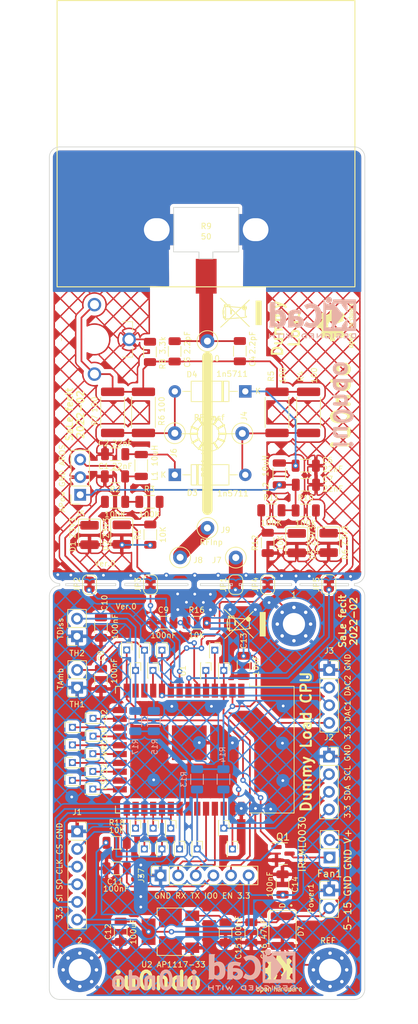
<source format=kicad_pcb>
(kicad_pcb (version 20211014) (generator pcbnew)
  (layers (0 "F.Cu" signal) (31 "B.Cu" signal) (34 "B.Paste" user) (35 "F.Paste" user) (36 "B.SilkS" user "B.Silkscreen") (37 "F.SilkS" user "F.Silkscreen") (38 "B.Mask" user) (39 "F.Mask" user) (44 "Edge.Cuts" user))
  (net 0 "")
  (net 1 "GND")
  (net 2 "Net-(C1-Pad2)")
  (net 3 "Net-(C2-Pad2)")
  (net 4 "Net-(C3-Pad1)")
  (net 5 "Net-(C6-Pad2)")
  (net 6 "Net-(C7-Pad2)")
  (net 7 "Net-(C9-Pad2)")
  (net 8 "Net-(D2-Pad1)")
  (net 9 "/Dummy Load CPU/+3.3")
  (net 10 "Net-(D4-Pad2)")
  (net 11 "Net-(D3-Pad2)")
  (net 12 "/Dummy Load CPU/IO34")
  (net 13 "/Dummy Load CPU/IO35")
  (net 14 "Net-(J12-Pad1)")
  (net 15 "Net-(J13-Pad1)")
  (net 16 "Net-(J14-Pad1)")
  (net 17 "Net-(J15-Pad1)")
  (net 18 "Net-(J16-Pad1)")
  (net 19 "/Dummy Load CPU/IO32")
  (net 20 "/Dummy Load CPU/IO33")
  (net 21 "Net-(J17-Pad1)")
  (net 22 "Net-(J18-Pad1)")
  (net 23 "Net-(J19-Pad1)")
  (net 24 "Net-(J20-Pad1)")
  (net 25 "Net-(J21-Pad1)")
  (net 26 "Net-(J23-Pad1)")
  (net 27 "Net-(J24-Pad1)")
  (net 28 "Net-(J26-Pad1)")
  (net 29 "Net-(J27-Pad1)")
  (net 30 "Net-(J28-Pad1)")
  (net 31 "/Dummy Load CPU/DAC1")
  (net 32 "/Dummy Load CPU/DAC2")
  (net 33 "/Dummy Load CPU/GND")
  (net 34 "Net-(D1-Pad1)")
  (net 36 "Net-(D5-Pad1)")
  (net 37 "Net-(D6-Pad1)")
  (net 38 "Net-(C4-Pad2)")
  (net 39 "Net-(C8-Pad1)")
  (net 40 "Net-(C10-Pad1)")
  (net 41 "Net-(C11-Pad2)")
  (net 42 "Net-(Fan1-Pad2)")
  (net 43 "/Dummy Load CPU/SPI-CS")
  (net 44 "/Dummy Load CPU/SPI-CLK")
  (net 45 "/Dummy Load CPU/SPI-MISO")
  (net 46 "/Dummy Load CPU/SPI-MOSI")
  (net 47 "/Dummy Load CPU/IIC-SCL")
  (net 48 "/Dummy Load CPU/IIC-SDA")
  (net 49 "Net-(J8-Pad1)")
  (net 50 "Net-(J37-Pad2)")
  (net 51 "Net-(J37-Pad3)")
  (net 52 "Net-(Fan1-Pad1)")
  (footprint "MountingHole:MountingHole_3.2mm_M3_Pad_Via" (layer "F.Cu") (at 112.776 181.229)
    (fp_text reference "2")
    (fp_text value " ")
  )
  (footprint "Resistor_SMD:R_1206_3216Metric" (layer "F.Cu") (at 122.936001 118.562201 90)
    (fp_text reference "R1")
    (fp_text value "10K")
  )
  (footprint "Connector_PinHeader_1.27mm:PinHeader_1x01_P1.27mm_Vertical" (layer "F.Cu") (at 111.7092 146.303999)
    (fp_text reference "J16")
    (fp_text value " ")
  )
  (footprint "Resistor_SMD:R_1206_3216Metric" (layer "F.Cu") (at 133.7818 175.8442 90)
    (fp_text reference "C15")
    (fp_text value "100nF")
  )
  (footprint "Connector_PinHeader_1.27mm:PinHeader_1x01_P1.27mm_Vertical" (layer "F.Cu") (at 114.681001 145.008598)
    (fp_text reference "J24")
    (fp_text value " ")
  )
  (footprint "Connector_PinHeader_1.27mm:PinHeader_1x01_P1.27mm_Vertical" (layer "F.Cu") (at 123.342401 160.827799 -90)
    (fp_text reference "J28")
    (fp_text value " ")
  )
  (footprint "Connector_PinHeader_1.27mm:PinHeader_1x01_P1.27mm_Vertical" (layer "F.Cu") (at 119.532402 135.1738 -90)
    (fp_text reference "J23")
    (fp_text value " ")
  )
  (footprint "Package_TO_SOT_SMD:SOT-23" (layer "F.Cu") (at 142.0622 164.4904)
    (fp_text reference "Q1")
    (fp_text value "IRLML0030")
  )
  (footprint "Diode_THT:D_A-405_P10.16mm_Horizontal" (layer "F.Cu") (at 136.626601 97.937403 180)
    (fp_text reference "D4")
    (fp_text value "1n5711")
  )
  (footprint "Resistor_SMD:R_2512_6332Metric" (layer "F.Cu") (at 117.500401 100.960001 -90)
    (fp_text reference "R7")
    (fp_text value "100")
  )
  (footprint "Connector_PinHeader_1.27mm:PinHeader_1x01_P1.27mm_Vertical" (layer "F.Cu") (at 114.6556 155.194)
    (fp_text reference "J20")
    (fp_text value " ")
  )
  (footprint "Diode_SMD:D_1812_4532Metric" (layer "F.Cu") (at 141.986 175.641 -90)
    (fp_text reference "D7")
    (fp_text value "D")
  )
  (footprint "Connector_PinHeader_1.27mm:PinHeader_1x01_P1.27mm_Vertical" (layer "F.Cu") (at 111.709201 153.949398)
    (fp_text reference "J26")
    (fp_text value " ")
  )
  (footprint "Capacitor_THT:GZC10100" (layer "F.Cu") (at 114.8842 90.4494)
    (fp_text reference "C3")
    (fp_text value "C_Trim" hide)
  )
  (footprint "Connector_PinHeader_1.27mm:PinHeader_1x01_P1.27mm_Vertical" (layer "F.Cu") (at 114.655602 152.653999)
    (fp_text reference "J15")
    (fp_text value " ")
  )
  (footprint "Jumper:SolderJumper-2_P1.3mm_Bridged_RoundedPad1.0x1.5mm" (layer "F.Cu") (at 122.9614 125.7658 90)
    (fp_text reference "JP3")
    (fp_text value " ")
  )
  (footprint "Connector_PinHeader_1.27mm:PinHeader_1x01_P1.27mm_Vertical" (layer "F.Cu") (at 111.709203 151.383999)
    (fp_text reference "J14")
    (fp_text value " ")
  )
  (footprint "Resistor_SMD:R_1206_3216Metric" (layer "F.Cu") (at 122.8852 92.2528 -90)
    (fp_text reference "R8")
    (fp_text value "3.3k")
  )
  (footprint "Resistor_SMD:R_1206_3216Metric" (layer "F.Cu") (at 118.084599 162.936002 180)
    (fp_text reference "R18")
    (fp_text value "10K")
  )
  (footprint "Resistor_SMD:R_2512_6332Metric" (layer "F.Cu") (at 145.745201 100.960001 90)
    (fp_text reference "R4")
    (fp_text value "100")
  )
  (footprint "MountingHole:MountingHole_3.2mm_M3_Pad_Via" (layer "F.Cu") (at 143.637 131.445)
    (fp_text reference "1")
    (fp_text value " ")
  )
  (footprint "Resistor_SMD:R_1206_3216Metric" (layer "F.Cu") (at 145.3388 108.6358 180)
    (fp_text reference "C6")
    (fp_text value "22nF")
  )
  (footprint "Connector_PinHeader_1.27mm:PinHeader_1x01_P1.27mm_Vertical" (layer "F.Cu") (at 132.232399 135.199203 -90)
    (fp_text reference "J12")
    (fp_text value " ")
  )
  (footprint "Connector_PinSocket_2.54mm:PinSocket_1x04_P2.54mm_Vertical" (layer "F.Cu") (at 148.717 138.049)
    (fp_text reference "J3")
    (fp_text value "3.3 DAC1 DAC2 GND")
  )
  (footprint "Connector_PinHeader_1.27mm:PinHeader_1x01_P1.27mm_Vertical" (layer "F.Cu") (at 130.937002 138.120202 -90)
    (fp_text reference "J13")
    (fp_text value " ")
  )
  (footprint "TestPoint:TestPoint_Loop_D1.80mm_Drill1.0mm_Beaded" (layer "F.Cu") (at 131.165601 117.597001)
    (fp_text reference "J9")
    (fp_text value " ")
  )
  (footprint "Resistor_SMD:R_1206_3216Metric" (layer "F.Cu") (at 115.824 131.953 -90)
    (fp_text reference "C10")
    (fp_text value "100nF")
  )
  (footprint "Symbol:OSHW-Logo2_7.3x6mm_SilkScreen" (layer "F.Cu") (at 149.6568 88.4174 90)
    (fp_text reference "REF**" hide)
    (fp_text value "OSHW-Logo2_7.3x6mm_SilkScreen" hide)
  )
  (footprint "Connector_PinHeader_1.27mm:PinHeader_1x01_P1.27mm_Vertical" (layer "F.Cu") (at 123.316998 138.1202 -90)
    (fp_text reference "J35")
    (fp_text value " ")
  )
  (footprint "Jumper:SolderJumper-2_P1.3mm_Bridged_RoundedPad1.0x1.5mm" (layer "F.Cu") (at 135.255 125.7658 90)
    (fp_text reference "JP1")
    (fp_text value " ")
  )
  (footprint "Resistor_SMD:R_1206_3216Metric" (layer "F.Cu") (at 135.839201 92.146201 90)
    (fp_text reference "C4")
    (fp_text value "2.2pF")
  )
  (footprint "Diode_SMD:D_1210_3225Metric" (layer "F.Cu") (at 114.173001 118.613001 -90)
    (fp_text reference "D1")
    (fp_text value "Z3V3")
  )
  (footprint "Package_TO_SOT_SMD:SOT-223-3_TabPin2" (layer "F.Cu") (at 125.8316 175.7426 180)
    (fp_text reference "U2")
    (fp_text value "AP1117-33")
  )
  (footprint "Diode_SMD:D_1210_3225Metric" (layer "F.Cu") (at 118.821201 118.562201 -90)
    (fp_text reference "D2")
    (fp_text value "Z3V3")
  )
  (footprint "Resistor_SMD:R_1206_3216Metric" (layer "F.Cu") (at 115.824 139.319 -90)
    (fp_text reference "C8")
    (fp_text value "100nF")
  )
  (footprint "Resistor_SMD:R_1206_3216Metric" (layer "F.Cu") (at 136.3726 137.4648 90)
    (fp_text reference "C13")
    (fp_text value "10nF")
  )
  (footprint "Resistor_SMD:R_1206_3216Metric" (layer "F.Cu") (at 122.809001 113.837801)
    (fp_text reference "R3")
    (fp_text value "100K")
  )
  (footprint "Connector_PinHeader_1.27mm:PinHeader_1x01_P1.27mm_Vertical" (layer "F.Cu") (at 122.097801 135.1992 -90)
    (fp_text reference "J36")
    (fp_text value " ")
  )
  (footprint "Inductor_SMD:L_1206_3216Metric" (layer "F.Cu") (at 121.625901 108.605401 90)
    (fp_text reference "L1")
    (fp_text value "10uH")
  )
  (footprint "TestPoint:TestPoint_Loop_D1.80mm_Drill1.0mm_Beaded" (layer "F.Cu") (at 135.255001 121.864201 180)
    (fp_text reference "J7")
    (fp_text value "RFInp")
  )
  (footprint "Connector_PinHeader_1.27mm:PinHeader_1x01_P1.27mm_Vertical" (layer "F.Cu") (at 124.612401 163.825003 -90)
    (fp_text reference "J22")
    (fp_text value " ")
  )
  (footprint "Connector_PinHeader_1.27mm:PinHeader_1x01_P1.27mm_Vertical" (layer "F.Cu") (at 114.681001 147.573999)
    (fp_text reference "J17")
    (fp_text value " ")
  )
  (footprint "Resistor_SMD:R_2512_6332Metric" (layer "F.Cu") (at 121.945401 100.960001 -90)
    (fp_text reference "R6")
    (fp_text value "100")
  )
  (footprint "Symbol:OSHW-Logo2_7.3x6mm_SilkScreen" (layer "F.Cu") (at 141.5034 181.8132)
    (fp_text reference "REF**" hide)
    (fp_text value "OSHW-Logo2_7.3x6mm_SilkScreen" hide)
  )
  (footprint "Resistor_SMD:R_1206_3216Metric" (layer "F.Cu") (at 129.616201 131.236801)
    (fp_text reference "R16")
    (fp_text value "10K")
  )
  (footprint "Symbol:WEEE-Logo_4.2x6mm_SilkScreen" (layer "F.Cu") (at 136.5504 131.445 90)
    (fp_text reference "REF**" hide)
    (fp_text value "WEEE-Logo_4.2x6mm_SilkScreen" hide)
  )
  (footprint "Resistor_SMD:R_1206_3216Metric" (layer "F.Cu") (at 118.084603 166.619)
    (fp_text reference "C11")
    (fp_text value "100nF")
  )
  (footprint "Resistor_SMD:R_1206_3216Metric" (layer "F.Cu") (at 117.866701 106.979801)
    (fp_text reference "C2")
    (fp_text value "22nF")
  )
  (footprint "MountingHole:MountingHole_3.2mm_M3_Pad_Via" (layer "F.Cu") (at 148.844 181.229)
    (fp_text reference "REF ")
    (fp_text value " ")
  )
  (footprint "Connector_PinSocket_2.54mm:PinSocket_1x02_P2.54mm_Vertical" (layer "F.Cu") (at 112.37 133.203 180)
    (fp_text reference "TH2")
    (fp_text value "TDiss")
  )
  (footprint "Connector_PinSocket_2.54mm:PinSocket_1x02_P2.54mm_Vertical" (layer "F.Cu") (at 112.395 140.589 180)
    (fp_text reference "TH1")
    (fp_text value "TAmb")
  )
  (footprint "Diode_SMD:D_1210_3225Metric" (layer "F.Cu") (at 144.043401 119.784401 -90)
    (fp_text reference "D5")
    (fp_text value "Z3V3")
  )
  (footprint "Connector_PinHeader_1.27mm:PinHeader_1x01_P1.27mm_Vertical" (layer "F.Cu") (at 134.7724 163.83 -90)
    (fp_text reference "J33")
    (fp_text value " ")
  )
  (footprint "Resistor_SMD:R_2512_6332Metric" (layer "F.Cu") (at 141.198601 100.960002 90)
    (fp_text reference "R5")
    (fp_text value "100")
  )
  (footprint "Jumper:SolderJumper-2_P1.3mm_Bridged_RoundedPad1.0x1.5mm" (layer "F.Cu") (at 139.8524 125.7658 90)
    (fp_text reference "JP4")
    (fp_text value " ")
  )
  (footprint "Connector_PinHeader_2.54mm:PinHeader_1x02_P2.54mm_Vertical" (layer "F.Cu") (at 148.717 169.794)
    (fp_text reference "Power1")
    (fp_text value " ")
  )
  (footprint "TestPoint:TestPoint_Loop_D1.80mm_Drill1.0mm_Beaded" (layer "F.Cu") (at 127.228601 121.838801)
    (fp_text reference "J8")
    (fp_text value " ")
  )
  (footprint "Symbol:WEEE-Logo_4.2x6mm_SilkScreen" (layer "F.Cu") (at 135.9662 86.614 90)
    (fp_text reference "REF**" hide)
    (fp_text value "WEEE-Logo_4.2x6mm_SilkScreen" hide)
  )
  (footprint "Jumper:SolderJumper-2_P1.3mm_Bridged_RoundedPad1.0x1.5mm" (layer "F.Cu") (at 114.173 125.7554 90)
    (fp_text reference "JP2")
    (fp_text value " ")
  )
  (footprint "Jumper:SolderJumper-2_P1.3mm_Bridged_RoundedPad1.0x1.5mm" (layer "F.Cu") (at 148.6662 125.7404 90)
    (fp_text reference "JP5")
    (fp_text value " ")
  )
  (footprint "TestPoint:TestPoint_Loop_D1.80mm_Drill1.0mm_Beaded" (layer "F.Cu") (at 136.194799 103.982602 90)
    (fp_text reference "J4")
    (fp_text value " ")
  )
  (footprint "Connector_PinSocket_2.54mm:PinSocket_1x04_P2.54mm_Vertical" (layer "F.Cu") (at 148.6916 150.5204)
    (fp_text reference "J2")
    (fp_text value "3.3 SDA SCL GND")
  )
  (footprint "Connector_PinHeader_1.27mm:PinHeader_1x01_P1.27mm_Vertical" (layer "F.Cu") (at 133.527803 138.120201 -90)
    (fp_text reference "J11")
    (fp_text value " ")
  )
  (footprint "Resistor_SMD:R_1206_3216Metric" (layer "F.Cu") (at 126.441201 92.171601 90)
    (fp_text reference "C5")
    (fp_text value "2.2pF")
  )
  (footprint "Resistor_SMD:R_1206_3216Metric" (layer "F.Cu") (at 117.841301 110.180201)
    (fp_text reference "C1")
    (fp_text value "22nF")
  )
  (footprint "RF_Module:ESP32-WROOM-32" (layer "F.Cu") (at 127.795199 149.5248 -90)
    (fp_text reference "U1")
    (fp_text value "ESP32-WROOM-32")
  )
  (footprint "Resistor_SMD:R_1206_3216Metric" (layer "F.Cu") (at 117.856001 113.837801)
    (fp_text reference "R2")
    (fp_text value "100K")
  )
  (footprint "Connector_PinHeader_1.27mm:PinHeader_1x01_P1.27mm_Vertical" (layer "F.Cu") (at 120.802402 138.120201 -90)
    (fp_text reference "J25")
    (fp_text value " ")
  )
  (footprint "CoilAndResistor:ToroCoil Solo Graf" (layer "F.Cu") (at 131.2672 104.0384)
    (fp_text reference " ")
    (fp_text value "ToroCoil Solo Graf")
  )
  (footprint "TestPoint:TestPoint_Loop_D1.80mm_Drill1.0mm_Beaded" (layer "F.Cu") (at 126.466602 103.957202 90)
    (fp_text reference "J6")
    (fp_text value "RFTrasf")
  )
  (footprint "TestPoint:TestPoint_Loop_D1.80mm_Drill1.0mm_Beaded" (layer "F.Cu") (at 131.165601 90.698401)
    (fp_text reference "J10")
    (fp_text value "RFLink")
  )
  (footprint "Resistor_SMD:R_1206_3216Metric" (layer "F.Cu") (at 145.338801 115.082401)
    (fp_text reference "R10")
    (fp_text value "100K")
  )
  (footprint "Resistor_SMD:R_1206_3216Metric" (layer "F.Cu") (at 124.815601 131.236801)
    (fp_text reference "C9")
    (fp_text value "100nF")
  )
  (footprint "Connector_PinHeader_1.27mm:PinHeader_1x01_P1.27mm_Vertical" (layer "F.Cu") (at 120.802401 160.827802 -90)
    (fp_text reference "J21")
    (fp_text value " ")
  )
  (footprint "Resistor_SMD:R_1206_3216Metric" (layer "F.Cu") (at 140.385801 115.057001)
    (fp_text reference "R11")
    (fp_text value "100K")
  )
  (footprint "Connector_PinSocket_2.54mm:PinSocket_1x06_P2.54mm_Vertical" (layer "F.Cu") (at 112.395 161.29)
    (fp_text reference "J1")
    (fp_text value "3.3 SI SO CLK CS GND")
  )
  (footprint "Resistor_SMD:R_1206_3216Metric" (layer "F.Cu") (at 141.986 168.9354 -90)
    (fp_text reference "C14")
    (fp_text value "100nF")
  )
  (footprint "Resistor_SMD:R_1206_3216Metric" (layer "F.Cu") (at 118.6688 175.7426 90)
    (fp_text reference "C12")
    (fp_text value "100uF")
  )
  (footprint "Connector_PinHeader_1.27mm:PinHeader_1x01_P1.27mm_Vertical" (layer "F.Cu") (at 133.527802 160.827801 -90)
    (fp_text reference "J32")
    (fp_text value " ")
  )
  (footprint "Resistor_SMD:R_1206_3216Metric" (layer "F.Cu") (at 137.4902 175.8442 90)
    (fp_text reference "C16")
    (fp_text value "47uF")
  )
  (footprint "RF:High Power RF Resistor 001" (layer "F.Cu") (at 130.9878 74.6506)
    (fp_text reference "R9")
    (fp_text value "50")
    (fp_line (start 0.9652 3.2) (end 4.7 3.2) (layer "Edge.Cuts") (width 0.12))
    (fp_line (start -1.0414 3.2) (end -4.7 3.2) (layer "Edge.Cuts") (width 0.1))
    (fp_line (start 0.9652 4.191) (end 0.9652 3.2) (layer "Edge.Cuts") (width 0.12))
    (fp_line (start -4.7 -3.2) (end 4.7 -3.2) (layer "Edge.Cuts") (width 0.1))
    (fp_line (start -4.7 3.2) (end -4.7 -3.2) (layer "Edge.Cuts") (width 0.1))
    (fp_line (start 4.7 -3.2) (end 4.7 3.2) (layer "Edge.Cuts") (width 0.1))
    (fp_line (start -1.0414 4.191) (end 0.9652 4.191) (layer "Edge.Cuts") (width 0.12))
    (fp_line (start -1.0414 3.2) (end -1.0414 4.191) (layer "Edge.Cuts") (width 0.12))
  )
  (footprint "Resistor_SMD:R_1206_3216Metric" (layer "F.Cu") (at 139.852401 119.756001 90)
    (fp_text reference "R12")
    (fp_text value "10K")
  )
  (footprint "Connector_PinHeader_1.27mm:PinHeader_1x01_P1.27mm_Vertical" (layer "F.Cu") (at 125.882401 160.8278 -90)
    (fp_text reference "J29")
    (fp_text value " ")
  )
  (footprint "Resistor_SMD:R_1206_3216Metric" (layer "F.Cu") (at 145.3642 111.379 180)
    (fp_text reference "C7")
    (fp_text value "22nF")
  )
  (footprint "Connector_PinHeader_1.27mm:PinHeader_1x01_P1.27mm_Vertical" (layer "F.Cu") (at 122.0724 163.825002 -90)
    (fp_text reference "J27")
    (fp_text value " ")
  )
  (footprint "Connector_PinHeader_1.27mm:PinHeader_1x01_P1.27mm_Vertical" (layer "F.Cu") (at 127.152401 163.825001 -90)
    (fp_text reference "J30")
    (fp_text value " ")
  )
  (footprint "Connector_PinHeader_2.54mm:PinHeader_1x02_P2.54mm_Vertical" (layer "F.Cu") (at 148.7678 165.0492 180)
    (fp_text reference "Fan1")
    (fp_text value "GND V+")
  )
  (footprint "Connector_PinSocket_2.54mm:PinSocket_1x06_P2.54mm_Vertical" (layer "F.Cu") (at 124.4088 167.635402 90)
    (fp_text reference "J37")
    (fp_text value "GND RX TX IO0 EN 3.3")
  )
  (footprint "Inductor_SMD:L_1206_3216Metric" (layer "F.Cu") (at 141.528801 109.824601 -90)
    (fp_text reference "L2")
    (fp_text value "10uH")
  )
  (footprint "Connector_PinHeader_1.27mm:PinHeader_1x01_P1.27mm_Vertical" (layer "F.Cu") (at 129.692399 163.825 -90)
    (fp_text reference "J31")
    (fp_text value " ")
  )
  (footprint "Connector_PinSocket_2.54mm:PinSocket_1x03_P2.54mm_Vertical" (layer "F.Cu") (at 112.8268 112.8268 180)
    (fp_text reference "J5")
    (fp_text value "APow GND AROS")
  )
  (footprint "Diode_THT:D_A-405_P10.16mm_Horizontal" (layer "F.Cu") (at 126.466602 109.951602)
    (fp_text reference "D3")
    (fp_text value "1n5711")
  )
  (footprint "Connector_PinHeader_1.27mm:PinHeader_1x01_P1.27mm_Vertical" (layer "F.Cu") (at 124.6124 135.1992 -90)
    (fp_text reference "J34")
    (fp_text value " ")
  )
  (footprint "Connector_PinHeader_1.27mm:PinHeader_1x01_P1.27mm_Vertical" (layer "F.Cu") (at 114.655602 150.113999)
    (fp_text reference "J18")
    (fp_text value " ")
  )
  (footprint "Diode_SMD:D_1210_3225Metric" (layer "F.Cu") (at 148.640801 119.753001 -90)
    (fp_text reference "D6")
    (fp_text value "Z3V3")
  )
  (footprint "Connector_PinHeader_1.27mm:PinHeader_1x01_P1.27mm_Vertical" (layer "F.Cu") (at 111.709202 148.844001)
    (fp_text reference "J19")
    (fp_text value " ")
  )
  (footprint "Resistor_SMD:R_1206_3216Metric" (layer "B.Cu") (at 123.444 145.415 -90)
    (fp_text reference "R15")
    (fp_text value "10K")
  )
  (footprint "Symbol:KiCad-Logo2_5mm_SilkScreen" (layer "B.Cu") (at 137.5664 181.1782 180)
    (fp_text reference "REF**" hide)
    (fp_text value "KiCad-Logo2_5mm_SilkScreen" hide)
  )
  (footprint "Symbol:KiCad-Logo2_5mm_SilkScreen" (layer "B.Cu") (at 146.3294 87.2998 180)
    (fp_text reference "REF**" hide)
    (fp_text value "KiCad-Logo2_5mm_SilkScreen" hide)
  )
  (footprint "Resistor_SMD:R_1206_3216Metric" (layer "B.Cu") (at 129.667 153.797 90)
    (fp_text reference "R13")
    (fp_text value "4.7K")
  )
  (footprint "Resistor_SMD:R_1206_3216Metric" (layer "B.Cu") (at 120.777 145.415 -90)
    (fp_text reference "R17")
    (fp_text value "10K")
  )
  (footprint "Resistor_SMD:R_1206_3216Metric" (layer "B.Cu") (at 133.477 153.797 90)
    (fp_text reference "R14")
    (fp_text value "4.7K")
  )
  (gr_circle (center 143.256 171.958) (end 143.383 171.958) (layer "F.SilkS") (width 0.1) (fill solid))
  (gr_rect (start 109.4994 41.656) (end 152.4254 82.8802) (layer "F.SilkS") (width 0.15) (fill none))
  (gr_line (start 131.165601 114.982601) (end 131.165601 92.982601) (layer "F.SilkS") (width 1.5))
  (gr_line (start 108.3818 124.1171) (end 108.3818 64.2366) (layer "Edge.Cuts") (width 0.1))
  (gr_rect (start 130.1496 125.603) (end 134.7724 125.9078) (layer "Edge.Cuts") (width 0.1) (fill none))
  (gr_line (start 109.8804 62.738006) (end 152.356325 62.737998) (layer "Edge.Cuts") (width 0.1))
  (gr_line (start 152.349205 185.496199) (end 109.873281 185.496198) (layer "Edge.Cuts") (width 0.1))
  (gr_line (start 152.349199 125.913372) (end 152.3492 125.603) (layer "Edge.Cuts") (width 0.1))
  (gr_arc (start 152.356325 62.737998) (mid 153.415997 63.176922) (end 153.854916 64.236595) (layer "Edge.Cuts") (width 0.1))
  (gr_arc (start 152.349199 125.913372) (mid 153.408866 126.352302) (end 153.847798 127.411969) (layer "Edge.Cuts") (width 0.1))
  (gr_rect (start 143.3068 125.603) (end 140.3096 125.9078) (layer "Edge.Cuts") (width 0.1) (fill none))
  (gr_line (start 153.854916 64.236595) (end 153.847799 124.104397) (layer "Edge.Cuts") (width 0.1))
  (gr_arc (start 109.873281 185.496198) (mid 108.813603 185.057272) (end 108.374668 183.997597) (layer "Edge.Cuts") (width 0.1))
  (gr_rect (start 117.9576 125.603) (end 114.681 125.9078) (layer "Edge.Cuts") (width 0.1) (fill none))
  (gr_rect (start 119.253 125.5776) (end 122.4534 125.9078) (layer "Edge.Cuts") (width 0.1) (fill none))
  (gr_line (start 153.847805 183.997591) (end 153.847798 127.411969) (layer "Edge.Cuts") (width 0.1))
  (gr_line (start 109.8804 125.6157) (end 109.880398 125.926071) (layer "Edge.Cuts") (width 0.1))
  (gr_line (start 108.381802 127.424672) (end 108.374668 183.997597) (layer "Edge.Cuts") (width 0.1))
  (gr_arc (start 108.3818 64.2366) (mid 108.820727 63.176929) (end 109.8804 62.738006) (layer "Edge.Cuts") (width 0.1))
  (gr_rect (start 128.3716 125.603) (end 123.4694 125.9078) (layer "Edge.Cuts") (width 0.1) (fill none))
  (gr_arc (start 109.8804 125.6157) (mid 108.82073 125.17677) (end 108.3818 124.1171) (layer "Edge.Cuts") (width 0.1))
  (gr_rect (start 151.511 125.603) (end 149.1234 125.9332) (layer "Edge.Cuts") (width 0.1) (fill none))
  (gr_rect (start 113.6904 125.603) (end 110.744 125.9078) (layer "Edge.Cuts") (width 0.1) (fill none))
  (gr_arc (start 153.847799 124.104397) (mid 153.408872 125.16407) (end 152.3492 125.603) (layer "Edge.Cuts") (width 0.1))
  (gr_rect (start 139.3444 125.603) (end 135.7376 125.9078) (layer "Edge.Cuts") (width 0.1) (fill none))
  (gr_arc (start 153.847805 183.997591) (mid 153.40888 185.057268) (end 152.349205 185.496199) (layer "Edge.Cuts") (width 0.1))
  (gr_arc (start 108.381802 127.424672) (mid 108.820732 126.365004) (end 109.880398 125.926071) (layer "Edge.Cuts") (width 0.1))
  (gr_rect (start 144.5006 125.603) (end 148.1836 125.9078) (layer "Edge.Cuts") (width 0.1) (fill none))
  (gr_text "iu0ndo" (at 123.5202 182.8038) (layer "B.SilkS") (effects (font (size 2.5 2.5) (thickness 0.5)) (justify mirror)))
  (gr_text "iu0ndo" (at 150.622 99.8474 -90) (layer "B.SilkS") (effects (font (size 2.5 2.5) (thickness 0.5)) (justify mirror)))
  (gr_text "Ver.0" (at 116.4082 122.7328) (layer "F.SilkS") (effects (font (size 0.8 0.8) (thickness 0.12))))
  (gr_text "SaLe fecit\n2022-02" (at 151.4348 131.0386 90) (layer "F.SilkS") (effects (font (size 1 1) (thickness 0.2))))
  (gr_text "5-15 GND" (at 151.384 171.577 90) (layer "F.SilkS") (effects (font (size 1 1))))
  (gr_text "Dummy Load CPU" (at 145.3896 148.3868 90) (layer "F.SilkS") (effects (font (size 1.5 1.5) (thickness 0.3))))
  (gr_text "Ver.0" (at 119.4562 128.905) (layer "F.SilkS") (effects (font (size 0.8 0.8) (thickness 0.12))))
  (gr_text "SaLe fecit\n2022-02" (at 112.0648 101.2698 90) (layer "F.SilkS") (effects (font (size 1 1) (thickness 0.2))))
  (gr_text "iu0ndo" (at 124.0028 182.8038) (layer "F.SilkS") (effects (font (size 2.5 2.5) (thickness 0.5))))
  (gr_text "Dummy\nLoad" (at 142.4686 88.8746 90) (layer "F.SilkS") (effects (font (size 1.5 1.5) (thickness 0.3))))
  (gr_text "iu0ndo" (at 150.4442 99.8982 90) (layer "F.SilkS") (effects (font (size 2.5 2.5) (thickness 0.5))))
  (segment (start 117.824514 177.2051) (end 118.6688 177.2051) (width 0.25) (layer "F.Cu") (net 1))
  (segment (start 122.5443 90.4494) (end 119.8842 90.4494) (width 0.25) (layer "F.Cu") (net 1))
  (segment (start 113.800614 181.229) (end 117.824514 177.2051) (width 0.25) (layer "F.Cu") (net 1))
  (segment (start 148.119489 180.504489) (end 144.711989 180.504489) (width 0.25) (layer "F.Cu") (net 1))
  (segment (start 141.562814 128.3462) (end 140.0556 128.3462) (width 0.25) (layer "F.Cu") (net 1))
  (segment (start 143.637 130.420386) (end 141.562814 128.3462) (width 0.25) (layer "F.Cu") (net 1))
  (segment (start 135.255001 121.864201) (end 135.255 125.1158) (width 2) (layer "F.Cu") (net 1))
  (segment (start 112.776 181.229) (end 113.800614 181.229) (width 0.25) (layer "F.Cu") (net 1))
  (segment (start 143.637 131.445) (end 143.637 130.420386) (width 0.25) (layer "F.Cu") (net 1))
  (segment (start 144.711989 180.504489) (end 141.986 177.7785) (width 0.25) (layer "F.Cu") (net 1))
  (segment (start 148.844 181.229) (end 148.119489 180.504489) (width 0.25) (layer "F.Cu") (net 1))
  (segment (start 122.8852 90.7903) (end 122.5443 90.4494) (width 0.25) (layer "F.Cu") (net 1))
  (via (at 129.3368 127.127) (size 0.8) (drill 0.4) (layers "F.Cu" "B.Cu") (net 1))
  (via (at 126.873 127.1016) (size 0.8) (drill 0.4) (layers "F.Cu" "B.Cu") (net 1))
  (via (at 142.0368 153.9748) (size 0.8) (drill 0.4) (layers "F.Cu" "B.Cu") (net 1))
  (via (at 125.2474 124.4346) (size 0.8) (drill 0.4) (layers "F.Cu" "B.Cu") (net 1))
  (via (at 141.986 148.59) (size 0.8) (drill 0.4) (layers "F.Cu" "B.Cu") (net 1))
  (via (at 120.1166 124.4346) (size 0.8) (drill 0.4) (layers "F.Cu" "B.Cu") (net 1))
  (via (at 121.5644 170.688) (size 0.8) (drill 0.4) (layers "F.Cu" "B.Cu") (net 1))
  (via (at 134.7724 148.5392) (size 0.8) (drill 0.4) (layers "F.Cu" "B.Cu") (net 1))
  (via (at 140.2842 158.0896) (size 0.8) (drill 0.4) (layers "F.Cu" "B.Cu") (net 1))
  (via (at 122.9106 120.0912) (size 0.8) (drill 0.4) (layers "F.Cu" "B.Cu") (net 1))
  (via (at 128.143 128.2954) (size 0.8) (drill 0.4) (layers "F.Cu" "B.Cu") (net 1))
  (via (at 141.859 124.4854) (size 0.8) (drill 0.4) (layers "F.Cu" "B.Cu") (net 1))
  (via (at 130.5814 128.3208) (size 0.8) (drill 0.4) (layers "F.Cu" "B.Cu") (net 1))
  (via (at 136.0424 157.988) (size 0.8) (drill 0.4) (layers "F.Cu" "B.Cu") (net 1))
  (via (at 131.5974 129.3876) (size 0.8) (drill 0.4) (layers "F.Cu" "B.Cu") (net 1))
  (via (at 111.4806 124.3838) (size 0.8) (drill 0.4) (layers "F.Cu" "B.Cu") (net 1))
  (via (at 138.0998 157.988) (size 0.8) (drill 0.4) (layers "F.Cu" "B.Cu") (net 1))
  (via (at 109.601 124.333) (size 0.8) (drill 0.4) (layers "F.Cu" "B.Cu") (net 1))
  (via (at 151.7904 124.587) (size 0.8) (drill 0.4) (layers "F.Cu" "B.Cu") (net 1))
  (via (at 134.4168 129.3622) (size 0.8) (drill 0.4) (layers "F.Cu" "B.Cu") (net 1))
  (via (at 145.8468 124.5362) (size 0.8) (drill 0.4) (layers "F.Cu" "B.Cu") (net 1))
  (via (at 131.5974 127.1524) (size 0.8) (drill 0.4) (layers "F.Cu" "B.Cu") (net 1))
  (via (at 129.3368 124.4346) (size 0.8) (drill 0.4) (layers "F.Cu" "B.Cu") (net 1))
  (via (at 132.715 124.4346) (size 0.8) (drill 0.4) (layers "F.Cu" "B.Cu") (net 1))
  (via (at 123.4186 153.8732) (size 0.8) (drill 0.4) (layers "F.Cu" "B.Cu") (net 1))
  (via (at 118.872 120.0404) (size 0.8) (drill 0.4) (layers "F.Cu" "B.Cu") (net 1))
  (via (at 121.5644 172.1866) (size 0.8) (drill 0.4) (layers "F.Cu" "B.Cu") (net 1))
  (via (at 131.7498 143.2814) (size 0.8) (drill 0.4) (layers "F.Cu" "B.Cu") (net 1))
  (via (at 129.9972 148.5138) (size 0.8) (drill 0.4) (layers "F.Cu" "B.Cu") (net 1))
  (via (at 111.6076 156.337) (size 0.8) (drill 0.4) (layers "F.Cu" "B.Cu") (net 1))
  (via (at 135.2042 126.5174) (size 0.8) (drill 0.4) (layers "F.Cu" "B.Cu") (net 1))
  (via (at 126.8984 129.3622) (size 0.8) (drill 0.4) (layers "F.Cu" "B.Cu") (net 1))
  (via (at 121.5644 167.767) (size 0.8) (drill 0.4) (layers "F.Cu" "B.Cu") (net 1))
  (via (at 142.0876 143.2306) (size 0.8) (drill 0.4) (layers "F.Cu" "B.Cu") (net 1))
  (via (at 116.1796 124.4092) (size 0.8) (drill 0.4) (layers "F.Cu" "B.Cu") (net 1))
  (via (at 145.5674 139.065) (size 0.8) (drill 0.4) (layers "F.Cu" "B.Cu") (net 1))
  (via (at 138.0744 129.3622) (size 0.8) (drill 0.4) (layers "F.Cu" "B.Cu") (net 1))
  (via (at 121.5644 166.1414) (size 0.8) (drill 0.4) (layers "F.Cu" "B.Cu") (net 1))
  (via (at 140.0556 128.3462) (size 0.8) (drill 0.4) (layers "F.Cu" "B.Cu") (net 1))
  (via (at 136.7282 124.4346) (size 0.8) (drill 0.4) (layers "F.Cu" "B.Cu") (net 1))
  (via (at 126.0348 143.2814) (size 0.8) (drill 0.4) (layers "F.Cu" "B.Cu") (net 1))
  (via (at 143.9418 124.5108) (size 0.8) (drill 0.4) (layers "F.Cu" "B.Cu") (net 1))
  (segment (start 136.0424 157.988) (end 138.0998 157.988) (width 0.25) (layer "B.Cu") (net 1))
  (segment (start 138.0998 157.988) (end 140.1826 157.988) (width 0.25) (layer "B.Cu") (net 1))
  (segment (start 121.5644 166.1414) (end 121.5644 167.767) (width 2) (layer "B.Cu") (net 1))
  (segment (start 122.8598 120.0404) (end 122.9106 120.0912) (width 0.25) (layer "B.Cu") (net 1))
  (segment (start 118.872 120.0404) (end 122.8598 120.0404) (width 0.25) (layer "B.Cu") (net 1))
  (segment (start 140.1826 157.988) (end 140.2842 158.0896) (width 0.25) (layer "B.Cu") (net 1))
  (segment (start 121.5644 167.767) (end 121.5644 172.1866) (width 2) (layer "B.Cu") (net 1))
  (segment (start 119.303801 110.180201) (end 119.303801 113.823101) (width 0.25) (layer "F.Cu") (net 2))
  (segment (start 119.303801 109.956601) (end 118.0084 108.6612) (width 0.25) (layer "F.Cu") (net 2))
  (segment (start 119.318501 113.837801) (end 121.346501 113.837801) (width 0.25) (layer "F.Cu") (net 2))
  (segment (start 119.303801 110.180201) (end 119.303801 109.956601) (width 0.25) (layer "F.Cu") (net 2))
  (segment (start 119.303801 113.823101) (end 119.318501 113.837801) (width 0.25) (layer "F.Cu") (net 2))
  (segment (start 113.7412 108.6612) (end 112.8268 107.7468) (width 0.25) (layer "F.Cu") (net 2))
  (segment (start 118.0084 108.6612) (end 113.7412 108.6612) (width 0.25) (layer "F.Cu") (net 2))
  (segment (start 119.303801 110.180201) (end 121.625701 110.180201) (width 0.25) (layer "F.Cu") (net 2))
  (segment (start 121.625701 110.180201) (end 121.625901 110.180401) (width 0.25) (layer "F.Cu") (net 2))
  (segment (start 121.625901 107.030401) (end 125.420001 107.030401) (width 0.25) (layer "F.Cu") (net 3))
  (segment (start 126.466602 108.077002) (end 126.466602 109.951602) (width 0.25) (layer "F.Cu") (net 3))
  (segment (start 125.420001 107.030401) (end 126.466602 108.077002) (width 0.25) (layer "F.Cu") (net 3))
  (segment (start 119.329201 106.979801) (end 121.575301 106.979801) (width 0.25) (layer "F.Cu") (net 3))
  (segment (start 121.575301 106.979801) (end 121.625901 107.030401) (width 0.25) (layer "F.Cu") (net 3))
  (segment (start 121.92 97.9721) (end 121.945401 97.997501) (width 0.25) (layer "F.Cu") (net 4))
  (segment (start 127.701499 93.608701) (end 127.676099 93.634101) (width 0.25) (layer "F.Cu") (net 4))
  (segment (start 122.8852 93.7153) (end 122.8852 93.7768) (width 0.25) (layer "F.Cu") (net 4))
  (segment (start 121.92 94.742) (end 121.92 97.9721) (width 0.25) (layer "F.Cu") (net 4))
  (segment (start 126.441201 93.634101) (end 122.966399 93.634101) (width 0.25) (layer "F.Cu") (net 4))
  (segment (start 113.009679 93.574879) (end 114.8842 95.4494) (width 0.25) (layer "F.Cu") (net 4))
  (segment (start 121.945401 97.997501) (end 117.500401 97.997501) (width 0.25) (layer "F.Cu") (net 4))
  (segment (start 122.8852 93.7768) (end 121.92 94.742) (width 0.25) (layer "F.Cu") (net 4))
  (segment (start 135.839201 93.608701) (end 140.166901 93.608701) (width 0.25) (layer "F.Cu") (net 4))
  (segment (start 122.966399 93.634101) (end 122.8852 93.7153) (width 0.25) (layer "F.Cu") (net 4))
  (segment (start 141.198601 97.997502) (end 145.745201 97.997501) (width 0.25) (layer "F.Cu") (net 4))
  (segment (start 141.198601 94.640401) (end 141.198601 97.997502) (width 0.25) (layer "F.Cu") (net 4))
  (segment (start 114.8842 95.4494) (end 117.1156 95.4494) (width 0.25) (layer "F.Cu") (net 4))
  (segment (start 117.500401 95.834201) (end 117.500401 97.997501) (width 0.25) (layer "F.Cu") (net 4))
  (segment (start 113.009679 87.323921) (end 113.009679 93.574879) (width 0.25) (layer "F.Cu") (net 4))
  (segment (start 114.8842 85.4494) (end 113.009679 87.323921) (width 0.25) (layer "F.Cu") (net 4))
  (segment (start 127.676099 93.634101) (end 126.441201 93.634101) (width 0.25) (layer "F.Cu") (net 4))
  (segment (start 140.166901 93.608701) (end 141.198601 94.640401) (width 0.25) (layer "F.Cu") (net 4))
  (segment (start 135.839201 93.608701) (end 127.701499 93.608701) (width 0.25) (layer "F.Cu") (net 4))
  (segment (start 117.1156 95.4494) (end 117.500401 95.834201) (width 0.25) (layer "F.Cu") (net 4))
  (segment (start 141.528801 108.249601) (end 143.490101 108.249601) (width 0.25) (layer "F.Cu") (net 5))
  (segment (start 143.490101 108.249601) (end 143.8763 108.6358) (width 0.25) (layer "F.Cu") (net 5))
  (segment (start 143.876101 108.249601) (end 143.876301 108.249801) (width 0.25) (layer "F.Cu") (net 5))
  (via (at 143.8763 108.6358) (size 0.8) (drill 0.4) (layers "F.Cu" "B.Cu") (net 5))
  (segment (start 143.8763 102.0933) (end 143.8763 108.6358) (width 0.25) (layer "B.Cu") (net 5))
  (segment (start 136.626601 97.937403) (end 139.720403 97.937403) (width 0.25) (layer "B.Cu") (net 5))
  (segment (start 139.720403 97.937403) (end 143.8763 102.0933) (width 0.25) (layer "B.Cu") (net 5))
  (segment (start 141.549402 111.379) (end 141.528801 111.399601) (width 0.25) (layer "F.Cu") (net 6))
  (segment (start 143.9017 111.379) (end 141.549402 111.379) (width 0.25) (layer "F.Cu") (net 6))
  (segment (start 143.850901 115.057001) (end 143.876301 115.082401) (width 0.25) (layer "F.Cu") (net 6))
  (segment (start 143.876301 115.082401) (end 143.876301 111.404399) (width 0.25) (layer "F.Cu") (net 6))
  (segment (start 143.820502 111.4552) (end 143.876301 111.399401) (width 0.25) (layer "F.Cu") (net 6))
  (segment (start 141.848301 115.057001) (end 143.850901 115.057001) (width 0.25) (layer "F.Cu") (net 6))
  (segment (start 143.876301 111.404399) (end 143.9017 111.379) (width 0.25) (layer "F.Cu") (net 6))
  (via (at 141.528801 111.399601) (size 0.8) (drill 0.4) (layers "F.Cu" "B.Cu") (net 6))
  (segment (start 112.8268 112.8268) (end 114.427 112.8268) (width 0.25) (layer "B.Cu") (net 6))
  (segment (start 114.427 112.8268) (end 115.1382 112.1156) (width 0.25) (layer "B.Cu") (net 6))
  (segment (start 140.812802 112.1156) (end 141.528801 111.399601) (width 0.25) (layer "B.Cu") (net 6))
  (segment (start 115.1382 112.1156) (end 140.812802 112.1156) (width 0.25) (layer "B.Cu") (net 6))
  (segment (start 127.284399 131.236801) (end 128.153701 131.236801) (width 0.25) (layer "F.Cu") (net 7))
  (segment (start 134.5688 166.2942) (end 134.5688 167.635402) (width 0.25) (layer "F.Cu") (net 7))
  (segment (start 137.287 148.209) (end 137.287 164.8206) (width 0.25) (layer "F.Cu") (net 7))
  (segment (start 137.287 164.8206) (end 135.9662 166.1414) (width 0.25) (layer "F.Cu") (net 7))
  (segment (start 133.477 144.399) (end 137.287 148.209) (width 0.25) (layer "F.Cu") (net 7))
  (segment (start 126.278101 131.236801) (end 127.284399 131.236801) (width 0.25) (layer "F.Cu") (net 7))
  (segment (start 133.527803 141.007196) (end 133.510199 141.0248) (width 0.25) (layer "F.Cu") (net 7))
  (segment (start 133.527803 138.120201) (end 133.527803 141.007196) (width 0.25) (layer "F.Cu") (net 7))
  (segment (start 133.477 143.9418) (end 133.477 144.399) (width 0.25) (layer "F.Cu") (net 7))
  (segment (start 133.510199 143.908601) (end 133.477 143.9418) (width 0.25) (layer "F.Cu") (net 7))
  (segment (start 134.7216 166.1414) (end 134.5688 166.2942) (width 0.25) (layer "F.Cu") (net 7))
  (segment (start 133.510199 141.0248) (end 133.510199 143.908601) (width 0.25) (layer "F.Cu") (net 7))
  (segment (start 135.9662 166.1414) (end 134.7216 166.1414) (width 0.25) (layer "F.Cu") (net 7))
  (via (at 127.284399 131.236801) (size 0.8) (drill 0.4) (layers "F.Cu" "B.Cu") (net 7))
  (segment (start 128.965798 132.9182) (end 132.8928 132.9182) (width 0.25) (layer "B.Cu") (net 7))
  (segment (start 127.284399 131.236801) (end 128.965798 132.9182) (width 0.25) (layer "B.Cu") (net 7))
  (segment (start 132.8928 132.9182) (end 133.527803 133.553203) (width 0.25) (layer "B.Cu") (net 7))
  (segment (start 133.527803 133.553203) (end 133.527803 138.120201) (width 0.25) (layer "B.Cu") (net 7))
  (segment (start 124.2822 113.8485) (end 124.2822 115.753502) (width 0.25) (layer "F.Cu") (net 8))
  (segment (start 118.821201 117.162201) (end 120.235601 117.162201) (width 0.25) (layer "F.Cu") (net 8))
  (segment (start 121.0564 123.2108) (end 122.9614 125.1158) (width 0.25) (layer "F.Cu") (net 8))
  (segment (start 120.235601 117.162201) (end 121.0564 117.983) (width 0.25) (layer "F.Cu") (net 8))
  (segment (start 121.0564 117.983) (end 121.0564 123.2108) (width 0.25) (layer "F.Cu") (net 8))
  (segment (start 122.873501 117.162201) (end 122.936001 117.099701) (width 0.25) (layer "F.Cu") (net 8))
  (segment (start 124.271501 113.837801) (end 124.2822 113.8485) (width 0.25) (layer "F.Cu") (net 8))
  (segment (start 118.821201 117.162201) (end 122.873501 117.162201) (width 0.25) (layer "F.Cu") (net 8))
  (segment (start 124.2822 115.753502) (end 122.936001 117.099701) (width 0.25) (layer "F.Cu") (net 8))
  (segment (start 141.4526 145.669) (end 138.2014 142.4178) (width 0.25) (layer "F.Cu") (net 9))
  (segment (start 122.3264 175.7426) (end 122.6816 175.7426) (width 0.25) (layer "F.Cu") (net 9))
  (segment (start 137.8565 136.0023) (end 136.3726 136.0023) (width 0.25) (layer "F.Cu") (net 9))
  (segment (start 120.8639 174.2801) (end 122.3264 175.7426) (width 0.25) (layer "F.Cu") (net 9))
  (segment (start 125.984 175.7426) (end 128.9816 175.7426) (width 0.25) (layer "F.Cu") (net 9))
  (segment (start 134.7724 143.2814) (end 137.287 143.2814) (width 0.25) (layer "F.Cu") (net 9))
  (segment (start 134.780199 143.273601) (end 134.7724 143.2814) (width 0.25) (layer "F.Cu") (net 9))
  (segment (start 138.2014 136.3472) (end 137.8565 136.0023) (width 0.25) (layer "F.Cu") (net 9))
  (segment (start 138.2014 142.4178) (end 138.2014 136.3472) (width 0.25) (layer "F.Cu") (net 9))
  (segment (start 137.287 143.2814) (end 137.3124 143.3068) (width 0.25) (layer "F.Cu") (net 9))
  (segment (start 137.3124 143.3068) (end 138.2014 142.4178) (width 0.25) (layer "F.Cu") (net 9))
  (segment (start 122.6816 175.7426) (end 125.984 175.7426) (width 0.25) (layer "F.Cu") (net 9))
  (segment (start 148.717 145.669) (end 141.4526 145.669) (width 0.25) (layer "F.Cu") (net 9))
  (segment (start 118.6688 174.2801) (end 120.8639 174.2801) (width 0.25) (layer "F.Cu") (net 9))
  (segment (start 134.780199 141.0248) (end 134.780199 143.273601) (width 0.25) (layer "F.Cu") (net 9))
  (via (at 134.7724 143.2814) (size 0.8) (drill 0.4) (layers "F.Cu" "B.Cu") (net 9))
  (via (at 116.5352 162.9156) (size 0.8) (drill 0.4) (layers "F.Cu" "B.Cu") (net 9))
  (via (at 131.064 131.2926) (size 0.8) (drill 0.4) (layers "F.Cu" "B.Cu") (net 9))
  (via (at 122.6816 175.7426) (size 0.8) (drill 0.4) (layers "F.Cu" "B.Cu") (net 9))
  (via (at 136.3726 136.0424) (size 0.8) (drill 0.4) (layers "F.Cu" "B.Cu") (net 9))
  (via (at 142.0368 170.4594) (size 0.8) (drill 0.4) (layers "F.Cu" "B.Cu") (net 9))
  (via (at 125.984 175.7426) (size 0.8) (drill 0.4) (layers "F.Cu" "B.Cu") (net 9))
  (segment (start 115.1636 164.2872) (end 115.1636 173.101) (width 0.25) (layer "B.Cu") (net 9))
  (segment (start 125.984 175.7426) (end 136.4742 175.7426) (width 0.25) (layer "B.Cu") (net 9))
  (segment (start 114.2746 173.99) (end 112.395 173.99) (width 0.25) (layer "B.Cu") (net 9))
  (segment (start 133.477 144.5768) (end 134.7724 143.2814) (width 0.25) (layer "B.Cu") (net 9))
  (segment (start 131.064 131.2926) (end 134.874 131.2926) (width 0.25) (layer "B.Cu") (net 9))
  (segment (start 120.929 173.99) (end 122.6816 175.7426) (width 0.25) (layer "B.Cu") (net 9))
  (segment (start 133.477 152.3345) (end 133.477 144.5768) (width 0.25) (layer "B.Cu") (net 9))
  (segment (start 137.5918 170.4594) (end 142.0368 170.4594) (width 0.25) (layer "B.Cu") (net 9))
  (segment (start 116.5352 162.9156) (end 115.1636 164.2872) (width 0.25) (layer "B.Cu") (net 9))
  (segment (start 137.1088 167.635402) (end 137.1088 169.9764) (width 0.25) (layer "B.Cu") (net 9))
  (segment (start 137.1088 169.9764) (end 137.5918 170.4594) (width 0.25) (layer "B.Cu") (net 9))
  (segment (start 112.395 173.99) (end 120.929 173.99) (width 0.25) (layer "B.Cu") (net 9))
  (segment (start 136.4742 175.7426) (end 137.1088 175.108) (width 0.25) (layer "B.Cu") (net 9))
  (segment (start 144.2466 169.926) (end 143.7132 170.4594) (width 0.25) (layer "B.Cu") (net 9))
  (segment (start 137.1088 175.108) (end 137.1088 167.635402) (width 0.25) (layer "B.Cu") (net 9))
  (segment (start 115.1636 173.101) (end 114.2746 173.99) (width 0.25) (layer "B.Cu") (net 9))
  (segment (start 124.21 146.8775) (end 129.667 152.3345) (width 0.25) (layer "B.Cu") (net 9))
  (segment (start 123.444 146.8775) (end 124.21 146.8775) (width 0.25) (layer "B.Cu") (net 9))
  (segment (start 134.874 131.2926) (end 136.3726 132.7912) (width 0.25) (layer "B.Cu") (net 9))
  (segment (start 143.7132 170.4594) (end 142.0368 170.4594) (width 0.25) (layer "B.Cu") (net 9))
  (segment (start 120.777 146.8775) (end 123.444 146.8775) (width 0.25) (layer "B.Cu") (net 9))
  (segment (start 148.6916 158.1404) (end 144.2466 162.5854) (width 0.25) (layer "B.Cu") (net 9))
  (segment (start 144.2466 162.5854) (end 144.2466 169.926) (width 0.25) (layer "B.Cu") (net 9))
  (segment (start 136.3726 132.7912) (end 136.3726 136.0424) (width 0.25) (layer "B.Cu") (net 9))
  (segment (start 129.667 152.3345) (end 133.477 152.3345) (width 0.25) (layer "B.Cu") (net 9))
  (segment (start 121.945401 103.922501) (end 117.500401 103.922501) (width 0.25) (layer "F.Cu") (net 10))
  (segment (start 126.466601 97.937403) (end 126.466602 103.957202) (width 0.25) (layer "F.Cu") (net 10))
  (segment (start 126.466602 103.957202) (end 121.980102 103.957202) (width 0.25) (layer "F.Cu") (net 10))
  (segment (start 121.980102 103.957202) (end 121.945401 103.922501) (width 0.25) (layer "F.Cu") (net 10))
  (segment (start 136.194799 109.519799) (end 136.626602 109.951602) (width 0.25) (layer "F.Cu") (net 11))
  (segment (start 141.198601 103.922502) (end 145.745201 103.922501) (width 0.25) (layer "F.Cu") (net 11))
  (segment (start 136.194799 103.982602) (end 141.138501 103.982602) (width 0.25) (layer "F.Cu") (net 11))
  (segment (start 136.194799 103.982602) (end 136.194799 109.519799) (width 0.25) (layer "F.Cu") (net 11))
  (segment (start 141.138501 103.982602) (end 141.198601 103.922502) (width 0.25) (layer "F.Cu") (net 11))
  (segment (start 129.700199 141.0248) (end 129.700199 139.961799) (width 0.25) (layer "F.Cu") (net 12))
  (segment (start 129.3114 139.573) (end 129.2606 139.5222) (width 0.25) (layer "F.Cu") (net 12))
  (segment (start 129.700199 139.961799) (end 129.3114 139.573) (width 0.25) (layer "F.Cu") (net 12))
  (segment (start 129.2606 139.5222) (end 129.2606 134.1628) (width 0.25) (layer "F.Cu") (net 12))
  (via (at 114.0968 126.5428) (size 0.8) (drill 0.4) (layers "F.Cu" "B.Cu") (net 12))
  (via (at 129.2606 134.1628) (size 0.8) (drill 0.4) (layers "F.Cu" "B.Cu") (net 12))
  (segment (start 128.4732 134.1628) (end 129.2606 134.1628) (width 0.25) (layer "B.Cu") (net 12))
  (segment (start 114.0968 126.5428) (end 115.3414 127.7874) (width 0.25) (layer "B.Cu") (net 12))
  (segment (start 125.222 127.7874) (end 125.222 130.9116) (width 0.25) (layer "B.Cu") (net 12))
  (segment (start 125.222 130.9116) (end 128.4732 134.1628) (width 0.25) (layer "B.Cu") (net 12))
  (segment (start 115.3414 127.7874) (end 125.222 127.7874) (width 0.25) (layer "B.Cu") (net 12))
  (segment (start 128.4986 139.2174) (end 128.4986 140.956399) (width 0.25) (layer "F.Cu") (net 13))
  (segment (start 128.4986 140.956399) (end 128.430199 141.0248) (width 0.25) (layer "F.Cu") (net 13))
  (via (at 128.4986 139.2174) (size 0.8) (drill 0.4) (layers "F.Cu" "B.Cu") (net 13))
  (via (at 148.6916 126.492) (size 0.8) (drill 0.4) (layers "F.Cu" "B.Cu") (net 13))
  (segment (start 142.7988 139.2174) (end 128.4986 139.2174) (width 0.25) (layer "B.Cu") (net 13))
  (segment (start 148.6916 133.3246) (end 145.3388 136.6774) (width 0.25) (layer "B.Cu") (net 13))
  (segment (start 145.3388 136.6774) (end 142.7988 139.2174) (width 0.25) (layer "B.Cu") (net 13))
  (segment (start 148.6916 126.492) (end 148.6916 133.3246) (width 0.25) (layer "B.Cu") (net 13))
  (segment (start 132.232399 141.017) (end 132.240199 141.0248) (width 0.25) (layer "F.Cu") (net 14))
  (segment (start 132.232399 135.199203) (end 132.232399 141.017) (width 0.25) (layer "F.Cu") (net 14))
  (segment (start 130.937002 140.991603) (end 130.970199 141.0248) (width 0.25) (layer "F.Cu") (net 15))
  (segment (start 130.937002 138.120202) (end 130.937002 140.991603) (width 0.25) (layer "F.Cu") (net 15))
  (segment (start 111.755004 151.4298) (end 111.709203 151.383999) (width 0.25) (layer "F.Cu") (net 16))
  (segment (start 118.540199 151.4298) (end 111.755004 151.4298) (width 0.25) (layer "F.Cu") (net 16))
  (segment (start 118.540199 152.6998) (end 114.701403 152.6998) (width 0.25) (layer "F.Cu") (net 17))
  (segment (start 114.701403 152.6998) (end 114.655602 152.653999) (width 0.25) (layer "F.Cu") (net 17))
  (segment (start 111.7092 146.303999) (end 118.494398 146.303999) (width 0.25) (layer "F.Cu") (net 18))
  (segment (start 118.494398 146.303999) (end 118.540199 146.3498) (width 0.25) (layer "F.Cu") (net 18))
  (segment (start 122.936 128.8034) (end 123.0884 128.9558) (width 0.25) (layer "F.Cu") (net 19))
  (segment (start 127.160199 138.234599) (end 127.1524 138.2268) (width 0.25) (layer "F.Cu") (net 19))
  (segment (start 122.9614 126.4158) (end 122.9614 128.778) (width 0.25) (layer "F.Cu") (net 19))
  (segment (start 127.160199 141.0248) (end 127.160199 138.234599) (width 0.25) (layer "F.Cu") (net 19))
  (segment (start 122.9614 128.778) (end 122.936 128.8034) (width 0.25) (layer "F.Cu") (net 19))
  (via (at 122.9614 128.778) (size 0.8) (drill 0.4) (layers "F.Cu" "B.Cu") (net 19))
  (via (at 127.160199 138.234599) (size 0.8) (drill 0.4) (layers "F.Cu" "B.Cu") (net 19))
  (segment (start 127.160199 133.865799) (end 127.160199 138.234599) (width 0.25) (layer "B.Cu") (net 19))
  (segment (start 122.9614 129.667) (end 127.160199 133.865799) (width 0.25) (layer "B.Cu") (net 19))
  (segment (start 122.9614 128.778) (end 122.9614 129.667) (width 0.25) (layer "B.Cu") (net 19))
  (segment (start 130.8608 133.1214) (end 130.302 133.6802) (width 0.25) (layer "F.Cu") (net 20))
  (segment (start 125.890199 141.0248) (end 125.890199 137.177601) (width 0.25) (layer "F.Cu") (net 20))
  (segment (start 130.302 133.6802) (end 130.302 134.9248) (width 0.25) (layer "F.Cu") (net 20))
  (segment (start 132.9182 128.5494) (end 132.9182 132.3848) (width 0.25) (layer "F.Cu") (net 20))
  (segment (start 132.1816 133.1214) (end 130.8608 133.1214) (width 0.25) (layer "F.Cu") (net 20))
  (segment (start 125.890199 137.177601) (end 128.1684 134.8994) (width 0.25) (layer "F.Cu") (net 20))
  (segment (start 132.9182 132.3848) (end 132.1816 133.1214) (width 0.25) (layer "F.Cu") (net 20))
  (segment (start 133.223 128.2446) (end 132.9182 128.5494) (width 0.25) (layer "F.Cu") (net 20))
  (segment (start 138.0236 128.2446) (end 133.223 128.2446) (width 0.25) (layer "F.Cu") (net 20))
  (segment (start 139.8524 126.4158) (end 138.0236 128.2446) (width 0.25) (layer "F.Cu") (net 20))
  (via (at 130.302 134.9248) (size 0.8) (drill 0.4) (layers "F.Cu" "B.Cu") (net 20))
  (via (at 128.1684 134.8994) (size 0.8) (drill 0.4) (layers "F.Cu" "B.Cu") (net 20))
  (segment (start 128.1938 134.9248) (end 130.302 134.9248) (width 0.25) (layer "B.Cu") (net 20))
  (segment (start 128.1684 134.8994) (end 128.1938 134.9248) (width 0.25) (layer "B.Cu") (net 20))
  (segment (start 114.726802 147.6198) (end 114.681001 147.573999) (width 0.25) (layer "F.Cu") (net 21))
  (segment (start 118.540199 147.6198) (end 114.726802 147.6198) (width 0.25) (layer "F.Cu") (net 21))
  (segment (start 118.540199 150.1598) (end 114.701403 150.1598) (width 0.25) (layer "F.Cu") (net 22))
  (segment (start 114.701403 150.1598) (end 114.655602 150.113999) (width 0.25) (layer "F.Cu") (net 22))
  (segment (start 118.540199 148.8898) (end 111.755001 148.8898) (width 0.25) (layer "F.Cu") (net 23))
  (segment (start 111.755001 148.8898) (end 111.709202 148.844001) (width 0.25) (layer "F.Cu") (net 23))
  (segment (start 114.7014 155.2398) (end 114.6556 155.194) (width 0.25) (layer "F.Cu") (net 24))
  (segment (start 118.540199 155.2398) (end 114.7014 155.2398) (width 0.25) (layer "F.Cu") (net 24))
  (segment (start 120.810199 158.0248) (end 120.810199 160.820004) (width 0.25) (layer "F.Cu") (net 25))
  (segment (start 120.810199 160.820004) (end 120.802401 160.827802) (width 0.25) (layer "F.Cu") (net 25))
  (segment (start 119.540199 142.2748) (end 119.540199 141.0248) (width 0.25) (layer "F.Cu") (net 26))
  (segment (start 136.2964 148.2852) (end 133.3246 145.3134) (width 0.25) (layer "F.Cu") (net 26))
  (segment (start 141.1478 163.5635) (end 138.8364 161.2521) (width 0.25) (layer "F.Cu") (net 26))
  (segment (start 119.532402 135.1738) (end 119.532402 141.017003) (width 0.25) (layer "F.Cu") (net 26))
  (segment (start 138.8364 161.2521) (end 138.8364 156.464) (width 0.25) (layer "F.Cu") (net 26))
  (segment (start 136.2964 153.924) (end 136.2964 148.2852) (width 0.25) (layer "F.Cu") (net 26))
  (segment (start 141.1478 163.6014) (end 141.1478 163.5635) (width 0.25) (layer "F.Cu") (net 26))
  (segment (start 119.532402 141.017003) (end 119.540199 141.0248) (width 0.25) (layer "F.Cu") (net 26))
  (segment (start 120.777 143.511601) (end 119.540199 142.2748) (width 0.25) (layer "F.Cu") (net 26))
  (segment (start 133.3246 145.3134) (end 120.777 145.3134) (width 0.25) (layer "F.Cu") (net 26))
  (segment (start 120.777 145.3134) (end 120.777 143.511601) (width 0.25) (layer "F.Cu") (net 26))
  (via (at 136.2964 153.924) (size 0.8) (drill 0.4) (layers "F.Cu" "B.Cu") (net 26))
  (via (at 138.8364 156.464) (size 0.8) (drill 0.4) (layers "F.Cu" "B.Cu") (net 26))
  (segment (start 138.8364 156.464) (end 136.2964 153.924) (width 0.25) (layer "B.Cu") (net 26))
  (segment (start 118.540199 145.0798) (end 114.752203 145.0798) (width 0.25) (layer "F.Cu") (net 27))
  (segment (start 114.752203 145.0798) (end 114.681001 145.008598) (width 0.25) (layer "F.Cu") (net 27))
  (segment (start 118.540199 153.9698) (end 111.729603 153.9698) (width 0.25) (layer "F.Cu") (net 28))
  (segment (start 111.729603 153.9698) (end 111.709201 153.949398) (width 0.25) (layer "F.Cu") (net 28))
  (segment (start 122.080199 163.817203) (end 122.0724 163.825002) (width 0.25) (layer "F.Cu") (net 29))
  (segment (start 122.080199 158.0248) (end 122.080199 163.817203) (width 0.25) (layer "F.Cu") (net 29))
  (segment (start 123.350199 158.0248) (end 123.350199 160.820001) (width 0.25) (layer "F.Cu") (net 30))
  (segment (start 123.350199 160.820001) (end 123.342401 160.827799) (width 0.25) (layer "F.Cu") (net 30))
  (segment (start 124.6124 135.1992) (end 124.6124 141.017001) (width 0.25) (layer "F.Cu") (net 31))
  (segment (start 124.6124 141.017001) (end 124.620199 141.0248) (width 0.25) (layer "F.Cu") (net 31))
  (via (at 124.6124 141.732) (size 0.8) (drill 0.4) (layers "F.Cu" "B.Cu") (net 31))
  (segment (start 124.6124 141.732) (end 147.32 141.732) (width 0.25) (layer "B.Cu") (net 31))
  (segment (start 147.32 141.732) (end 148.717 143.129) (width 0.25) (layer "B.Cu") (net 31))
  (segment (start 123.316998 140.991599) (end 123.350199 141.0248) (width 0.25) (layer "F.Cu") (net 32))
  (segment (start 123.316998 138.1202) (end 123.316998 140.991599) (width 0.25) (layer "F.Cu") (net 32))
  (segment (start 148.717 140.589) (end 125.785798 140.589) (width 0.25) (layer "B.Cu") (net 32))
  (segment (start 125.785798 140.589) (end 123.316998 138.1202) (width 0.25) (layer "B.Cu") (net 32))
  (segment (start 110.6678 121.6002) (end 110.6678 119.0244) (width 0.25) (layer "F.Cu") (net 34))
  (segment (start 110.6678 119.0244) (end 112.479199 117.213001) (width 0.25) (layer "F.Cu") (net 34))
  (segment (start 112.479199 117.213001) (end 114.173001 117.213001) (width 0.25) (layer "F.Cu") (net 34))
  (segment (start 116.393501 113.837801) (end 114.173001 116.058301) (width 0.25) (layer "F.Cu") (net 34))
  (segment (start 114.173001 116.058301) (end 114.173001 117.213001) (width 0.25) (layer "F.Cu") (net 34))
  (segment (start 114.173 125.1054) (end 110.6678 121.6002) (width 0.25) (layer "F.Cu") (net 34))
  (segment (start 138.049 124.1552) (end 138.049 119.3038) (width 0.25) (layer "F.Cu") (net 36))
  (segment (start 138.049 119.3038) (end 139.059299 118.293501) (width 0.25) (layer "F.Cu") (net 36))
  (segment (start 139.059299 118.293501) (end 139.852401 118.293501) (width 0.25) (layer "F.Cu") (net 36))
  (segment (start 139.7808 125.0442) (end 138.938 125.0442) (width 0.25) (layer "F.Cu") (net 36))
  (segment (start 138.923301 117.364401) (end 139.852401 118.293501) (width 0.25) (layer "F.Cu") (net 36))
  (segment (start 138.923301 115.057001) (end 138.923301 117.364401) (width 0.25) (layer "F.Cu") (net 36))
  (segment (start 144.043401 118.384401) (end 139.943301 118.384401) (width 0.25) (layer "F.Cu") (net 36))
  (segment (start 139.8524 125.1158) (end 139.7808 125.0442) (width 0.25) (layer "F.Cu") (net 36))
  (segment (start 138.938 125.0442) (end 138.049 124.1552) (width 0.25) (layer "F.Cu") (net 36))
  (segment (start 139.943301 118.384401) (end 139.852401 118.293501) (width 0.25) (layer "F.Cu") (net 36))
  (segment (start 148.6662 125.0904) (end 148.9756 125.0904) (width 0.25) (layer "F.Cu") (net 37))
  (segment (start 151.2824 122.7836) (end 151.2824 119.0244) (width 0.25) (layer "F.Cu") (net 37))
  (segment (start 148.640801 118.353001) (end 146.801301 116.513501) (width 0.25) (layer "F.Cu") (net 37))
  (segment (start 150.611001 118.353001) (end 148.640801 118.353001) (width 0.25) (layer "F.Cu") (net 37))
  (segment (start 146.801301 116.513501) (end 146.801301 115.082401) (width 0.25) (layer "F.Cu") (net 37))
  (segment (start 151.2824 119.0244) (end 150.611001 118.353001) (width 0.25) (layer "F.Cu") (net 37))
  (segment (start 148.9756 125.0904) (end 151.2824 122.7836) (width 0.25) (layer "F.Cu") (net 37))
  (segment (start 130.9878 81.3562) (end 130.9878 90.5206) (width 2) (layer "F.Cu") (net 38))
  (segment (start 131.165601 90.698401) (end 135.824501 90.698401) (width 0.25) (layer "F.Cu") (net 38))
  (segment (start 126.451901 90.698401) (end 126.441201 90.709101) (width 0.25) (layer "F.Cu") (net 38))
  (segment (start 131.165601 90.698401) (end 126.451901 90.698401) (width 0.25) (layer "F.Cu") (net 38))
  (segment (start 130.9878 90.5206) (end 131.165601 90.698401) (width 0.25) (layer "F.Cu") (net 38))
  (segment (start 135.824501 90.698401) (end 135.839201 90.683701) (width 0.25) (layer "F.Cu") (net 38))
  (segment (start 122.097801 135.1992) (end 120.959801 134.0612) (width 0.25) (layer "F.Cu") (net 39))
  (segment (start 122.097801 141.007198) (end 122.080199 141.0248) (width 0.25) (layer "F.Cu") (net 39))
  (segment (start 120.959801 134.0612) (end 118.0084 134.0612) (width 0.25) (layer "F.Cu") (net 39))
  (segment (start 115.6315 138.049) (end 112.395 138.049) (width 0.25) (layer "F.Cu") (net 39))
  (segment (start 115.824 136.2456) (end 115.824 137.8565) (width 0.25) (layer "F.Cu") (net 39))
  (segment (start 115.824 137.8565) (end 115.6315 138.049) (width 0.25) (layer "F.Cu") (net 39))
  (segment (start 118.0084 134.0612) (end 115.824 136.2456) (width 0.25) (layer "F.Cu") (net 39))
  (segment (start 122.097801 135.1992) (end 122.097801 141.007198) (width 0.25) (layer "F.Cu") (net 39))
  (segment (start 123.444 143.9525) (end 123.444 142.494) (width 0.25) (layer "B.Cu") (net 39))
  (segment (start 123.444 142.494) (end 122.0724 141.1224) (width 0.25) (layer "B.Cu") (net 39))
  (segment (start 122.0724 141.1224) (end 122.097801 141.096999) (width 0.25) (layer "B.Cu") (net 39))
  (segment (start 122.097801 141.096999) (end 122.097801 135.1992) (width 0.25) (layer "B.Cu") (net 39))
  (segment (start 115.824 130.4905) (end 115.6515 130.663) (width 0.25) (layer "F.Cu") (net 40))
  (segment (start 115.6515 130.663) (end 112.37 130.663) (width 0.25) (layer "F.Cu") (net 40))
  (segment (start 120.802402 138.120201) (end 120.802402 141.017003) (width 0.25) (layer "F.Cu") (net 40))
  (segment (start 120.802402 141.017003) (end 120.810199 141.0248) (width 0.25) (layer "F.Cu") (net 40))
  (segment (start 120.802402 143.927098) (end 120.802402 138.120201) (width 0.25) (layer "B.Cu") (net 40))
  (segment (start 112.37 130.663) (end 119.5886 130.663) (width 0.25) (layer "B.Cu") (net 40))
  (segment (start 120.802402 131.927598) (end 120.802402 138.120201) (width 0.25) (layer "B.Cu") (net 40))
  (segment (start 119.5886 130.663) (end 120.8278 131.9022) (width 0.25) (layer "B.Cu") (net 40))
  (segment (start 120.777 143.9525) (end 120.802402 143.927098) (width 0.25) (layer "B.Cu") (net 40))
  (segment (start 120.8278 131.9022) (end 120.802402 131.927598) (width 0.25) (layer "B.Cu") (net 40))
  (segment (start 120.1166 169.2148) (end 119.547103 168.645303) (width 0.25) (layer "F.Cu") (net 41))
  (segment (start 119.547099 162.936002) (end 119.540199 162.929102) (width 0.25) (layer "F.Cu") (net 41))
  (segment (start 119.547099 162.936002) (end 119.547099 166.618996) (width 0.25) (layer "F.Cu") (net 41))
  (segment (start 132.0288 167.635402) (end 130.449402 169.2148) (width 0.25) (layer "F.Cu") (net 41))
  (segment (start 119.547099 166.618996) (end 119.547103 166.619) (width 0.25) (layer "F.Cu") (net 41))
  (segment (start 119.540199 162.929102) (end 119.540199 158.0248) (width 0.25) (layer "F.Cu") (net 41))
  (segment (start 119.547103 168.645303) (end 119.547103 166.619) (width 0.25) (layer "F.Cu") (net 41))
  (segment (start 130.449402 169.2148) (end 120.1166 169.2148) (width 0.25) (layer "F.Cu") (net 41))
  (segment (start 137.4902 174.3817) (end 141.1078 174.3817) (width 0.25) (layer "F.Cu") (net 42))
  (segment (start 133.7818 174.3817) (end 137.4902 174.3817) (width 0.25) (layer "F.Cu") (net 42))
  (segment (start 141.986 173.5035) (end 147.5475 173.5035) (width 0.25) (layer "F.Cu") (net 42))
  (segment (start 141.1078 174.3817) (end 141.986 173.5035) (width 0.25) (layer "F.Cu") (net 42))
  (segment (start 147.5475 173.5035) (end 148.717 172.334) (width 0.25) (layer "F.Cu") (net 42))
  (segment (start 128.9816 173.4426) (end 132.8427 173.4426) (width 0.25) (layer "F.Cu") (net 42))
  (segment (start 132.8427 173.4426) (end 133.7818 174.3817) (width 0.25) (layer "F.Cu") (net 42))
  (segment (start 148.7678 162.5092) (end 150.4696 162.5092) (width 0.25) (layer "B.Cu") (net 42))
  (segment (start 151.003 163.0426) (end 151.003 170.7134) (width 0.25) (layer "B.Cu") (net 42))
  (segment (start 150.4696 162.5092) (end 151.003 163.0426) (width 0.25) (layer "B.Cu") (net 42))
  (segment (start 149.3824 172.334) (end 148.717 172.334) (width 0.25) (layer "B.Cu") (net 42))
  (segment (start 151.003 170.7134) (end 149.3824 172.334) (width 0.25) (layer "B.Cu") (net 42))
  (segment (start 124.620199 163.817205) (end 124.612401 163.825003) (width 0.25) (layer "F.Cu") (net 43))
  (segment (start 124.620199 158.0248) (end 124.620199 163.817205) (width 0.25) (layer "F.Cu") (net 43))
  (segment (start 118.0338 162.2298) (end 118.0338 164.8714) (width 0.25) (layer "B.Cu") (net 43))
  (segment (start 118.0846 164.9222) (end 124.3838 164.9222) (width 0.25) (layer "B.Cu") (net 43))
  (segment (start 118.0338 164.8714) (end 118.0846 164.9222) (width 0.25) (layer "B.Cu") (net 43))
  (segment (start 112.395 163.83) (end 114.8588 161.3662) (width 0.25) (layer "B.Cu") (net 43))
  (segment (start 114.8588 161.3662) (end 117.1702 161.3662) (width 0.25) (layer "B.Cu") (net 43))
  (segment (start 124.3838 164.9222) (end 124.612401 164.693599) (width 0.25) (layer "B.Cu") (net 43))
  (segment (start 124.612401 164.693599) (end 124.612401 163.825003) (width 0.25) (layer "B.Cu") (net 43))
  (segment (start 117.1702 161.3662) (end 118.0338 162.2298) (width 0.25) (layer "B.Cu") (net 43))
  (segment (start 125.890199 160.820002) (end 125.882401 160.8278) (width 0.25) (layer "F.Cu") (net 44))
  (segment (start 125.890199 158.0248) (end 125.890199 160.820002) (width 0.25) (layer "F.Cu") (net 44))
  (segment (start 125.603 159.4358) (end 125.882401 159.715201) (width 0.25) (layer "B.Cu") (net 44))
  (segment (start 110.871 166.37) (end 110.5662 166.0652) (width 0.25) (layer "B.Cu") (net 44))
  (segment (start 111.1758 159.4358) (end 125.603 159.4358) (width 0.25) (layer "B.Cu") (net 44))
  (segment (start 112.395 166.37) (end 110.871 166.37) (width 0.25) (layer "B.Cu") (net 44))
  (segment (start 125.882401 159.715201) (end 125.882401 160.8278) (width 0.25) (layer "B.Cu") (net 44))
  (segment (start 110.5662 166.0652) (end 110.5662 160.0454) (width 0.25) (layer "B.Cu") (net 44))
  (segment (start 110.5662 160.0454) (end 111.1758 159.4358) (width 0.25) (layer "B.Cu") (net 44))
  (segment (start 127.160199 158.0248) (end 127.160199 163.817203) (width 0.25) (layer "F.Cu") (net 45))
  (segment (start 127.160199 163.817203) (end 127.152401 163.825001) (width 0.25) (layer "F.Cu") (net 45))
  (segment (start 109.8296 159.8422) (end 111.0234 158.6484) (width 0.25) (layer "B.Cu") (net 45))
  (segment (start 109.8296 168.148) (end 109.8296 159.8422) (width 0.25) (layer "B.Cu") (net 45))
  (segment (start 112.395 168.91) (end 110.5916 168.91) (width 0.25) (layer "B.Cu") (net 45))
  (segment (start 111.0234 158.6484) (end 126.873 158.6484) (width 0.25) (layer "B.Cu") (net 45))
  (segment (start 110.5916 168.91) (end 109.8296 168.148) (width 0.25) (layer "B.Cu") (net 45))
  (segment (start 126.873 158.6484) (end 127.152401 158.927801) (width 0.25) (layer "B.Cu") (net 45))
  (segment (start 127.152401 158.927801) (end 127.152401 163.825001) (width 0.25) (layer "B.Cu") (net 45))
  (segment (start 135.6614 156.0576) (end 135.6614 155.2448) (width 0.25) (layer "F.Cu") (net 46))
  (segment (start 134.7724 158.032599) (end 134.780199 158.0248) (width 0.25) (layer "F.Cu") (net 46))
  (segment (start 134.7724 163.83) (end 134.7724 158.032599) (width 0.25) (layer "F.Cu") (net 46))
  (segment (start 134.780199 156.938801) (end 135.6614 156.0576) (width 0.25) (layer "F.Cu") (net 46))
  (segment (start 134.780199 158.0248) (end 134.780199 156.938801) (width 0.25) (layer "F.Cu") (net 46))
  (via (at 135.6614 155.2448) (size 0.8) (drill 0.4) (layers "F.Cu" "B.Cu") (net 46))
  (segment (start 134.6454 153.797) (end 135.6614 154.813) (width 0.25) (layer "B.Cu") (net 46))
  (segment (start 109.22 170.815) (end 109.22 159.4104) (width 0.25) (layer "B.Cu") (net 46))
  (segment (start 109.855 171.45) (end 109.3978 170.9928) (width 0.25) (layer "B.Cu") (net 46))
  (segment (start 135.6614 154.813) (end 135.6614 155.2448) (width 0.25) (layer "B.Cu") (net 46))
  (segment (start 109.22 159.4104) (end 110.5662 158.0642) (width 0.25) (layer "B.Cu") (net 46))
  (segment (start 127.1016 158.0642) (end 127.9398 157.226) (width 0.25) (layer "B.Cu") (net 46))
  (segment (start 110.5662 158.0642) (end 126.8476 158.0642) (width 0.25) (layer "B.Cu") (net 46))
  (segment (start 128.016 153.797) (end 134.6454 153.797) (width 0.25) (layer "B.Cu") (net 46))
  (segment (start 109.3978 170.9928) (end 109.22 170.815) (width 0.25) (layer "B.Cu") (net 46))
  (segment (start 126.8476 158.0642) (end 127.1016 158.0642) (width 0.25) (layer "B.Cu") (net 46))
  (segment (start 112.395 171.45) (end 109.855 171.45) (width 0.25) (layer "B.Cu") (net 46))
  (segment (start 127.9398 153.8732) (end 128.016 153.797) (width 0.25) (layer "B.Cu") (net 46))
  (segment (start 127.9398 157.226) (end 127.9398 153.8732) (width 0.25) (layer "B.Cu") (net 46))
  (segment (start 133.527802 158.042403) (end 133.510199 158.0248) (width 0.25) (layer "F.Cu") (net 47))
  (segment (start 133.527802 160.827801) (end 133.527802 158.042403) (width 0.25) (layer "F.Cu") (net 47))
  (segment (start 140.924199 160.827801) (end 133.527802 160.827801) (width 0.25) (layer "B.Cu") (net 47))
  (segment (start 133.477 155.2595) (end 133.527802 155.310302) (width 0.25) (layer "B.Cu") (net 47))
  (segment (start 148.6916 153.0604) (end 140.924199 160.827801) (width 0.25) (layer "B.Cu") (net 47))
  (segment (start 133.527802 155.310302) (end 133.527802 160.827801) (width 0.25) (layer "B.Cu") (net 47))
  (segment (start 129.700199 158.0248) (end 129.700199 163.8172) (width 0.25) (layer "F.Cu") (net 48))
  (segment (start 129.700199 163.8172) (end 129.692399 163.825) (width 0.25) (layer "F.Cu") (net 48))
  (segment (start 131.322999 165.4556) (end 129.692399 163.825) (width 0.25) (layer "B.Cu") (net 48))
  (segment (start 129.692399 155.284899) (end 129.692399 163.825) (width 0.25) (layer "B.Cu") (net 48))
  (segment (start 138.8364 165.4556) (end 131.322999 165.4556) (width 0.25) (layer "B.Cu") (net 48))
  (segment (start 148.6916 155.6004) (end 138.8364 165.4556) (width 0.25) (layer "B.Cu") (net 48))
  (segment (start 129.667 155.2595) (end 129.692399 155.284899) (width 0.25) (layer "B.Cu") (net 48))
  (segment (start 131.165601 117.597001) (end 127.228601 121.534001) (width 2) (layer "F.Cu") (net 49))
  (segment (start 127.228601 121.534001) (end 127.228601 121.838801) (width 0.25) (layer "F.Cu") (net 49))
  (segment (start 130.970199 165.422401) (end 130.970199 158.0248) (width 0.25) (layer "F.Cu") (net 50))
  (segment (start 126.9488 166.2688) (end 127.6096 165.608) (width 0.25) (layer "F.Cu") (net 50))
  (segment (start 130.7846 165.608) (end 130.970199 165.422401) (width 0.25) (layer "F.Cu") (net 50))
  (segment (start 127.6096 165.608) (end 130.7846 165.608) (width 0.25) (layer "F.Cu") (net 50))
  (segment (start 126.9488 167.635402) (end 126.9488 166.2688) (width 0.25) (layer "F.Cu") (net 50))
  (segment (start 132.240199 166.082801) (end 132.240199 158.0248) (width 0.25) (layer "F.Cu") (net 51))
  (segment (start 129.4888 167.635402) (end 129.4888 166.8022) (width 0.25) (layer "F.Cu") (net 51))
  (segment (start 132.207 166.116) (end 132.240199 166.082801) (width 0.25) (layer "F.Cu") (net 51))
  (segment (start 130.175 166.116) (end 132.207 166.116) (width 0.25) (layer "F.Cu") (net 51))
  (segment (start 129.4888 166.8022) (end 130.175 166.116) (width 0.25) (layer "F.Cu") (net 51))
  (segment (start 142.9997 164.4904) (end 143.5585 165.0492) (width 0.25) (layer "F.Cu") (net 52))
  (segment (start 143.5585 165.0492) (end 148.7678 165.0492) (width 0.25) (layer "F.Cu") (net 52))
  (zone (net 0) (net_name "") (layers F&B.Cu) (connect_pads (clearance 0)) (min_thickness 0.254)
    (keepout (tracks allowed) (vias allowed) (pads allowed) (copperpour not_allowed) (footprints allowed))
    (fill (thermal_gap 0.508) (thermal_bridge_width 0.508))
    (polygon (pts (xy 136.2964 82.931) (xy 139.6238 82.931) (xy 139.6746 124.1298) (xy 122.936 124.3076) (xy 122.8852 82.7532) (xy 125.6538 82.804) (xy 125.603 77.5462) (xy 136.3472 77.5462)))
  )
  (zone (net 1) (net_name "GND") (layers F&B.Cu) (connect_pads yes (clearance 0.508)) (min_thickness 0.2) (fill yes (thermal_gap 0.508) (thermal_bridge_width 0.508))
    (polygon (pts (xy 161.5186 83.6168) (xy 101.2698 83.6168) (xy 103.3018 60.8076) (xy 161.5186 60.4774)))
  )
  (zone (net 1) (net_name "GND") (layer "F.Cu") (connect_pads (clearance 0.508)) (min_thickness 0.2) (fill yes (thermal_gap 0.508) (thermal_bridge_width 0.508))
    (polygon (pts (xy 159.182411 123.850997) (xy 159.3088 189.0522) (xy 104.394 188.7982) (xy 104.343811 123.673197)))
  )
  (zone (net 1) (net_name "GND") (layer "F.Cu") (connect_pads (clearance 0.6)) (min_thickness 0.2) (fill yes (mode hatch) (thermal_gap 0.508) (thermal_bridge_width 0.508) (hatch_thickness 0.2) (hatch_gap 1.6) (hatch_orientation 45) (hatch_border_algorithm hatch_thickness) (hatch_min_hole_area 0.3))
    (polygon (pts (xy 156.667206 83.105518) (xy 155.5242 125.73) (xy 102.235 125.73) (xy 104.038406 83.003918)))
  )
  (zone (net 1) (net_name "GND") (layer "B.Cu") (connect_pads (clearance 0.508)) (min_thickness 0.2) (fill yes (mode hatch) (thermal_gap 0.508) (thermal_bridge_width 0.508) (hatch_thickness 0.2) (hatch_gap 1.6) (hatch_orientation 45) (hatch_border_algorithm hatch_thickness) (hatch_min_hole_area 0.3))
    (polygon (pts (xy 155.7782 124.0028) (xy 155.8544 186.9948) (xy 106.1212 186.9948) (xy 106.1466 123.9774)))
  )
)
</source>
